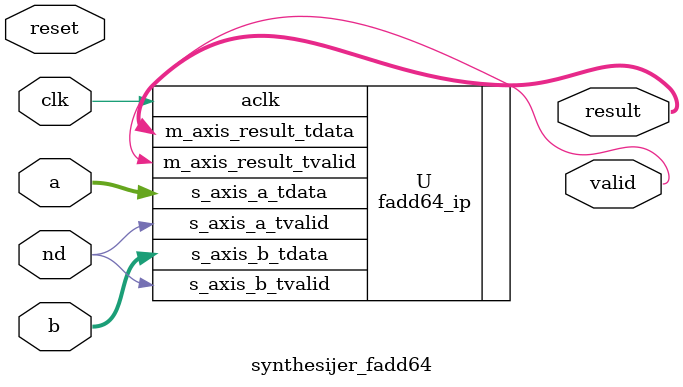
<source format=v>
`default_nettype none

module synthesijer_fadd64
  (
   input wire 	      clk,
   input wire 	      reset,
   input wire [63:0]  a,
   input wire [63:0]  b,
   input wire 	      nd,
   output wire [63:0] result,
   output wire 	      valid
   );

   fadd64_ip U(.aclk(clk),
	       .s_axis_a_tdata(a),
	       .s_axis_a_tvalid(nd),
	       .s_axis_b_tdata(b),
	       .s_axis_b_tvalid(nd),
	       .m_axis_result_tvalid(valid),
	       .m_axis_result_tdata(result)
	       );
   
endmodule // synthesijer_fadd64

`default_nettype wire

</source>
